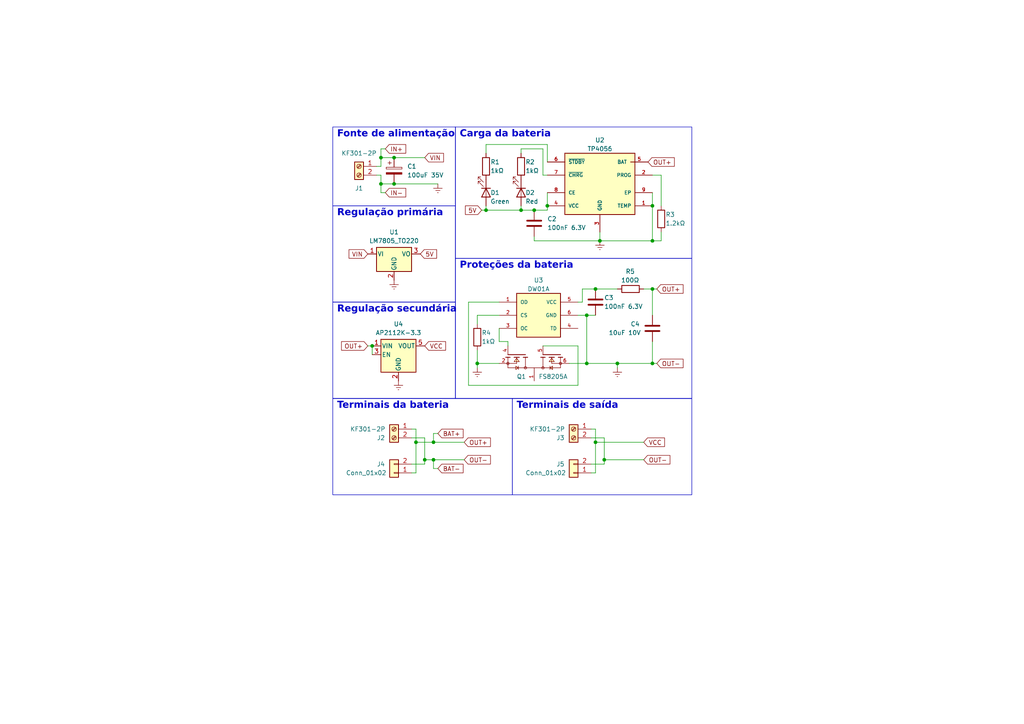
<source format=kicad_sch>
(kicad_sch (version 20230121) (generator eeschema)
  (paper "A4")
  (title_block (title "Esquemático do Teste Prático") (date "15/07/2024"))
  (lib_symbols
    (symbol "Connector:Screw_Terminal_01x02" (pin_names (offset 1.016) hide)
      (property "Reference" "J" (at 0 2.54 0))
      (property "Value" "Screw_Terminal_01x02" (at 0 -5.08 0))
      (symbol "Screw_Terminal_01x02_1_1"
        (rectangle (start -1.27 1.27) (end 1.27 -3.81) (stroke (width 0.254)) (fill (type background)))
        (circle (center 0 -2.54) (radius 0.635) (stroke (width 0.1524)))
        (polyline (pts (xy -0.5334 -2.2098) (xy 0.3302 -3.048)) (stroke (width 0.1524)))
        (polyline (pts (xy -0.5334 0.3302) (xy 0.3302 -0.508)) (stroke (width 0.1524)))
        (polyline (pts (xy -0.3556 -2.032) (xy 0.508 -2.8702)) (stroke (width 0.1524)))
        (polyline (pts (xy -0.3556 0.508) (xy 0.508 -0.3302)) (stroke (width 0.1524)))
        (circle (center 0 0) (radius 0.635) (stroke (width 0.1524)))
        (pin passive line (at -5.08 0 0) (length 3.81) (name "Pin_1") (number "1"))
        (pin passive line (at -5.08 -2.54 0) (length 3.81) (name "Pin_2") (number "2"))
      )
    )
    (symbol "Connector_Generic:Conn_01x02" (pin_names (offset 1.016) hide)
      (property "Reference" "J" (at 0 2.54 0))
      (property "Value" "Conn_01x02" (at 0 -5.08 0))
      (symbol "Conn_01x02_1_1"
        (rectangle (start -1.27 -2.413) (end 0 -2.667) (stroke (width 0.1524)))
        (rectangle (start -1.27 0.127) (end 0 -0.127) (stroke (width 0.1524)))
        (rectangle (start -1.27 1.27) (end 1.27 -3.81) (stroke (width 0.254)) (fill (type background)))
        (pin passive line (at -5.08 0 0) (length 3.81) (name "Pin_1") (number "1"))
        (pin passive line (at -5.08 -2.54 0) (length 3.81) (name "Pin_2") (number "2"))
      )
    )
    (symbol "DW01A:DW01A" (pin_names (offset 1.016))
      (property "Reference" "U3" (at 0 10.16 0))
      (property "Value" "DW01A" (at 0 7.62 0))
      (symbol "DW01A_0_0"
        (rectangle (start -6.35 6.35) (end 6.35 -6.35) (stroke (width 0.254)) (fill (type background)))
        (pin output line (at -11.43 3.81 0) (length 5.08) (name "OD") (number "1"))
        (pin input line (at -11.43 0 0) (length 5.08) (name "CS") (number "2"))
        (pin output line (at -11.43 -3.81 0) (length 5.08) (name "OC") (number "3"))
        (pin passive line (at 11.43 -3.81 180) (length 5.08) (name "TD") (number "4"))
        (pin power_in line (at 11.43 3.81 180) (length 5.08) (name "VCC") (number "5"))
        (pin power_in line (at 11.43 0 180) (length 5.08) (name "GND") (number "6"))
      )
    )
    (symbol "Device:C" (pin_numbers hide) (pin_names (offset 0.254))
      (property "Reference" "C" (at 0.635 2.54 0))
      (property "Value" "C" (at 0.635 -2.54 0))
      (symbol "C_0_1"
        (polyline (pts (xy -2.032 -0.762) (xy 2.032 -0.762)) (stroke (width 0.508)))
        (polyline (pts (xy -2.032 0.762) (xy 2.032 0.762)) (stroke (width 0.508)))
      )
      (symbol "C_1_1"
        (pin passive line (at 0 3.81 270) (length 2.794) (name "~") (number "1"))
        (pin passive line (at 0 -3.81 90) (length 2.794) (name "~") (number "2"))
      )
    )
    (symbol "Device:C_Polarized" (pin_numbers hide) (pin_names (offset 0.254))
      (property "Reference" "C" (at 0.635 2.54 0))
      (property "Value" "C_Polarized" (at 0.635 -2.54 0))
      (symbol "C_Polarized_0_1"
        (rectangle (start -2.286 0.508) (end 2.286 1.016))
        (polyline (pts (xy -1.778 2.286) (xy -0.762 2.286)))
        (polyline (pts (xy -1.27 2.794) (xy -1.27 1.778)))
        (rectangle (start 2.286 -0.508) (end -2.286 -1.016) (fill (type outline)))
      )
      (symbol "C_Polarized_1_1"
        (pin passive line (at 0 3.81 270) (length 2.794) (name "~") (number "1"))
        (pin passive line (at 0 -3.81 90) (length 2.794) (name "~") (number "2"))
      )
    )
    (symbol "Device:LED" (pin_numbers hide) (pin_names (offset 1.016) hide)
      (property "Reference" "D" (at 0 2.54 0))
      (property "Value" "LED" (at 0 -2.54 0))
      (symbol "LED_0_1"
        (polyline (pts (xy -1.27 -1.27) (xy -1.27 1.27)) (stroke (width 0.254)))
        (polyline (pts (xy -1.27 0) (xy 1.27 0)))
        (polyline (pts (xy 1.27 -1.27) (xy 1.27 1.27) (xy -1.27 0) (xy 1.27 -1.27)) (stroke (width 0.254)))
        (polyline (pts (xy -3.048 -0.762) (xy -4.572 -2.286) (xy -3.81 -2.286) (xy -4.572 -2.286) (xy -4.572 -1.524)))
        (polyline (pts (xy -1.778 -0.762) (xy -3.302 -2.286) (xy -2.54 -2.286) (xy -3.302 -2.286) (xy -3.302 -1.524)))
      )
      (symbol "LED_1_1"
        (pin passive line (at -3.81 0 0) (length 2.54) (name "K") (number "1"))
        (pin passive line (at 3.81 0 180) (length 2.54) (name "A") (number "2"))
      )
    )
    (symbol "Device:R" (pin_numbers hide) (pin_names (offset 0))
      (property "Reference" "R" (at 2.032 0 90))
      (property "Value" "R" (at 0 0 90))
      (symbol "R_0_1"
        (rectangle (start -1.016 -2.54) (end 1.016 2.54) (stroke (width 0.254)))
      )
      (symbol "R_1_1"
        (pin passive line (at 0 3.81 270) (length 1.27) (name "~") (number "1"))
        (pin passive line (at 0 -3.81 90) (length 1.27) (name "~") (number "2"))
      )
    )
    (symbol "FS8205A:FS8205A" (pin_names (offset 1.016) hide)
      (property "Reference" "Q" (at -11.43 7.62 0))
      (property "Value" "FS8205A" (at -11.43 -12.7 0))
      (symbol "FS8205A_0_0"
        (circle (center 0 -7.62) (radius 0.3556))
        (polyline (pts (xy -2.54 -2.54) (xy -2.54 -7.62)) (stroke (width 0.254)))
        (polyline (pts (xy -2.54 7.62) (xy -2.54 2.54)) (stroke (width 0.254)))
        (polyline (pts (xy -1.778 -7.62) (xy -1.778 -8.255)) (stroke (width 0.254)))
        (polyline (pts (xy -1.778 -6.985) (xy -1.778 -7.62)) (stroke (width 0.254)))
        (polyline (pts (xy -1.778 -5.08) (xy -1.778 -5.842)) (stroke (width 0.254)))
        (polyline (pts (xy -1.778 -5.08) (xy 0 -5.08)) (stroke (width 0.1524)))
        (polyline (pts (xy -1.778 -4.318) (xy -1.778 -5.08)) (stroke (width 0.254)))
        (polyline (pts (xy -1.778 -2.54) (xy -1.778 -3.175)) (stroke (width 0.254)))
        (polyline (pts (xy -1.778 -2.54) (xy 1.27 -2.54)) (stroke (width 0.1524)))
        (polyline (pts (xy -1.778 -1.905) (xy -1.778 -2.54)) (stroke (width 0.254)))
        (polyline (pts (xy -1.778 2.54) (xy -1.778 1.905)) (stroke (width 0.254)))
        (polyline (pts (xy -1.778 3.175) (xy -1.778 2.54)) (stroke (width 0.254)))
        (polyline (pts (xy -1.778 5.08) (xy -1.778 4.318)) (stroke (width 0.254)))
        (polyline (pts (xy -1.778 5.08) (xy 0 5.08)) (stroke (width 0.1524)))
        (polyline (pts (xy -1.778 5.842) (xy -1.778 5.08)) (stroke (width 0.254)))
        (polyline (pts (xy -1.778 7.62) (xy -1.778 6.985)) (stroke (width 0.254)))
        (polyline (pts (xy -1.778 7.62) (xy 1.27 7.62)) (stroke (width 0.1524)))
        (polyline (pts (xy -1.778 8.255) (xy -1.778 7.62)) (stroke (width 0.254)))
        (polyline (pts (xy 0 -7.62) (xy -1.778 -7.62)) (stroke (width 0.1524)))
        (polyline (pts (xy 0 -7.62) (xy 1.27 -7.62)) (stroke (width 0.1524)))
        (polyline (pts (xy 0 -5.08) (xy 0 -7.62)) (stroke (width 0.1524)))
        (polyline (pts (xy 0 7.62) (xy 0 5.08)) (stroke (width 0.1524)))
        (polyline (pts (xy 0.762 4.572) (xy 1.27 4.572)) (stroke (width 0.1524)))
        (polyline (pts (xy 1.27 -4.572) (xy 0.762 -4.572)) (stroke (width 0.1524)))
        (polyline (pts (xy 1.27 -4.572) (xy 1.27 -7.62)) (stroke (width 0.1524)))
        (polyline (pts (xy 1.27 -2.54) (xy 1.27 -4.572)) (stroke (width 0.1524)))
        (polyline (pts (xy 1.27 -2.54) (xy 1.27 0)) (stroke (width 0.1524)))
        (polyline (pts (xy 1.27 0) (xy 1.27 2.54)) (stroke (width 0.1524)))
        (polyline (pts (xy 1.27 0) (xy 2.54 0)) (stroke (width 0.1524)))
        (polyline (pts (xy 1.27 2.54) (xy -1.778 2.54)) (stroke (width 0.1524)))
        (polyline (pts (xy 1.27 2.54) (xy 1.27 4.572)) (stroke (width 0.1524)))
        (polyline (pts (xy 1.27 4.572) (xy 1.27 7.62)) (stroke (width 0.1524)))
        (polyline (pts (xy 1.27 4.572) (xy 1.778 4.572)) (stroke (width 0.1524)))
        (polyline (pts (xy 1.778 -4.572) (xy 1.27 -4.572)) (stroke (width 0.1524)))
        (polyline (pts (xy -1.524 -5.08) (xy -0.508 -4.318) (xy -0.508 -5.842) (xy -1.524 -5.08)) (stroke (width 0.1524)) (fill (type background)))
        (polyline (pts (xy -1.524 5.08) (xy -0.508 5.842) (xy -0.508 4.318) (xy -1.524 5.08)) (stroke (width 0.1524)) (fill (type background)))
        (polyline (pts (xy 1.27 -4.572) (xy 0.762 -5.334) (xy 1.778 -5.334) (xy 1.27 -4.572)) (stroke (width 0.1524)) (fill (type background)))
        (polyline (pts (xy 1.27 4.572) (xy 1.778 5.334) (xy 0.762 5.334) (xy 1.27 4.572)) (stroke (width 0.1524)) (fill (type background)))
        (circle (center 0 7.62) (radius 0.3556))
        (circle (center 1.27 -2.54) (radius 0.3556))
        (circle (center 1.27 2.54) (radius 0.3556))
        (pin passive line (at 5.08 0 180) (length 2.54) (name "~") (number "1"))
        (pin passive line (at 0 -10.16 90) (length 2.54) (name "~") (number "2"))
        (pin passive line (at -5.08 -7.62 0) (length 2.54) (name "~") (number "4"))
        (pin passive line (at -5.08 2.54 0) (length 2.54) (name "~") (number "5"))
        (pin passive line (at 0 10.16 270) (length 2.54) (name "~") (number "6"))
      )
    )
    (symbol "Regulator_Linear:AP2112K-3.3" (pin_names (offset 0.254))
      (property "Reference" "U" (at -5.08 5.715 0))
      (property "Value" "AP2112K-3.3" (at 0 5.715 0))
      (symbol "AP2112K-3.3_0_1"
        (rectangle (start -5.08 4.445) (end 5.08 -5.08) (stroke (width 0.254)) (fill (type background)))
      )
      (symbol "AP2112K-3.3_1_1"
        (pin power_in line (at -7.62 2.54 0) (length 2.54) (name "VIN") (number "1"))
        (pin power_in line (at 0 -7.62 90) (length 2.54) (name "GND") (number "2"))
        (pin input line (at -7.62 0 0) (length 2.54) (name "EN") (number "3"))
        (pin no_connect line (at 5.08 0 180) (length 2.54) hide (name "NC") (number "4"))
        (pin power_out line (at 7.62 2.54 180) (length 2.54) (name "VOUT") (number "5"))
      )
    )
    (symbol "Regulator_Linear:LM7805_TO220" (pin_names (offset 0.254))
      (property "Reference" "U" (at -3.81 3.175 0))
      (property "Value" "LM7805_TO220" (at 0 3.175 0))
      (symbol "LM7805_TO220_0_1"
        (rectangle (start -5.08 1.905) (end 5.08 -5.08) (stroke (width 0.254)) (fill (type background)))
      )
      (symbol "LM7805_TO220_1_1"
        (pin power_in line (at -7.62 0 0) (length 2.54) (name "VI") (number "1"))
        (pin power_in line (at 0 -7.62 90) (length 2.54) (name "GND") (number "2"))
        (pin power_out line (at 7.62 0 180) (length 2.54) (name "VO") (number "3"))
      )
    )
    (symbol "TP4056:TP4056" (pin_names (offset 1.016))
      (property "Reference" "U2" (at 0 12.7 0))
      (property "Value" "TP4056" (at 0 10.16 0))
      (symbol "TP4056_0_0"
        (rectangle (start -10.16 8.89) (end 10.16 -8.89) (stroke (width 0.254)) (fill (type background)))
        (pin input line (at 15.24 -6.35 180) (length 5.08) (name "TEMP") (number "1"))
        (pin bidirectional line (at 15.24 2.54 180) (length 5.08) (name "PROG") (number "2"))
        (pin power_in line (at 0 -13.97 90) (length 5.08) (name "GND") (number "3"))
        (pin power_in line (at -15.24 -6.35 0) (length 5.08) (name "VCC") (number "4"))
        (pin output line (at 13.97 6.35 180) (length 5.08) (name "BAT") (number "5"))
        (pin output line (at -15.24 6.35 0) (length 5.08) (name "~{STDBY}") (number "6"))
        (pin output line (at -15.24 2.54 0) (length 5.08) (name "~{CHRG}") (number "7"))
        (pin input line (at -15.24 -2.54 0) (length 5.08) (name "CE") (number "8"))
        (pin passive line (at 15.24 -2.54 180) (length 5.08) (name "EP") (number "9"))
      )
    )
    (symbol "power:Earth" (power) (pin_names (offset 0))
      (symbol "Earth_0_1"
        (polyline (pts (xy -0.635 -1.905) (xy 0.635 -1.905)))
        (polyline (pts (xy -0.127 -2.54) (xy 0.127 -2.54)))
        (polyline (pts (xy 0 -1.27) (xy 0 0)))
        (polyline (pts (xy 1.27 -1.27) (xy -1.27 -1.27)))
      )
      (symbol "Earth_1_1"
        (pin power_in line (at 0 0 270) (length 0) hide (name "Earth") (number "1"))
      )
    )
  )
  (junction (at 120.65 128.27))
  (junction (at 179.07 105.41))
  (junction (at 110.49 45.72))
  (junction (at 125.73 128.27))
  (junction (at 154.94 60.96))
  (junction (at 107.95 100.33))
  (junction (at 114.3 53.34))
  (junction (at 123.19 133.35))
  (junction (at 173.99 69.85))
  (junction (at 138.43 105.41))
  (junction (at 170.18 91.44))
  (junction (at 125.73 133.35))
  (junction (at 189.23 105.41))
  (junction (at 114.3 45.72))
  (junction (at 158.75 59.69))
  (junction (at 189.23 83.82))
  (junction (at 189.23 59.69))
  (junction (at 172.72 128.27))
  (junction (at 170.18 105.41))
  (junction (at 110.49 53.34))
  (junction (at 175.26 133.35))
  (junction (at 151.13 60.96))
  (junction (at 172.72 83.82))
  (junction (at 140.97 60.96))
  (junction (at 189.23 69.85))
  (wire (pts (xy 106.68 100.33) (xy 107.95 100.33)))
  (wire (pts (xy 175.26 133.35) (xy 175.26 134.62)))
  (wire (pts (xy 172.72 128.27) (xy 186.69 128.27)))
  (wire (pts (xy 191.77 50.8) (xy 191.77 59.69)))
  (wire (pts (xy 154.94 69.85) (xy 154.94 68.58)))
  (wire (pts (xy 175.26 127) (xy 175.26 133.35)))
  (wire (pts (xy 175.26 134.62) (xy 171.45 134.62)))
  (wire (pts (xy 127 135.89) (xy 125.73 135.89)))
  (wire (pts (xy 151.13 43.18) (xy 151.13 44.45)))
  (wire (pts (xy 170.18 91.44) (xy 172.72 91.44)))
  (wire (pts (xy 158.75 41.91) (xy 140.97 41.91)))
  (wire (pts (xy 114.3 53.34) (xy 127 53.34)))
  (wire (pts (xy 138.43 105.41) (xy 144.78 105.41)))
  (wire (pts (xy 189.23 105.41) (xy 189.23 99.06)))
  (wire (pts (xy 134.62 128.27) (xy 125.73 128.27)))
  (wire (pts (xy 179.07 105.41) (xy 179.07 106.68)))
  (wire (pts (xy 189.23 59.69) (xy 189.23 69.85)))
  (wire (pts (xy 109.22 48.26) (xy 110.49 48.26)))
  (wire (pts (xy 154.94 60.96) (xy 158.75 60.96)))
  (wire (pts (xy 107.95 100.33) (xy 107.95 102.87)))
  (wire (pts (xy 151.13 59.69) (xy 151.13 60.96)))
  (wire (pts (xy 168.91 83.82) (xy 172.72 83.82)))
  (wire (pts (xy 135.89 87.63) (xy 144.78 87.63)))
  (wire (pts (xy 119.38 127) (xy 123.19 127)))
  (wire (pts (xy 110.49 53.34) (xy 114.3 53.34)))
  (wire (pts (xy 157.48 50.8) (xy 157.48 43.18)))
  (wire (pts (xy 140.97 60.96) (xy 140.97 59.69)))
  (wire (pts (xy 158.75 50.8) (xy 157.48 50.8)))
  (wire (pts (xy 138.43 105.41) (xy 138.43 101.6)))
  (wire (pts (xy 158.75 41.91) (xy 158.75 46.99)))
  (wire (pts (xy 167.64 87.63) (xy 168.91 87.63)))
  (wire (pts (xy 170.18 105.41) (xy 170.18 91.44)))
  (wire (pts (xy 179.07 105.41) (xy 189.23 105.41)))
  (wire (pts (xy 167.64 100.33) (xy 167.64 111.76)))
  (wire (pts (xy 191.77 69.85) (xy 189.23 69.85)))
  (wire (pts (xy 168.91 87.63) (xy 168.91 83.82)))
  (wire (pts (xy 120.65 137.16) (xy 120.65 128.27)))
  (wire (pts (xy 110.49 50.8) (xy 110.49 53.34)))
  (wire (pts (xy 110.49 55.88) (xy 111.76 55.88)))
  (wire (pts (xy 110.49 48.26) (xy 110.49 45.72)))
  (wire (pts (xy 135.89 111.76) (xy 135.89 87.63)))
  (wire (pts (xy 172.72 83.82) (xy 179.07 83.82)))
  (wire (pts (xy 114.3 45.72) (xy 123.19 45.72)))
  (wire (pts (xy 110.49 53.34) (xy 110.49 55.88)))
  (wire (pts (xy 123.19 133.35) (xy 123.19 134.62)))
  (wire (pts (xy 139.7 60.96) (xy 140.97 60.96)))
  (wire (pts (xy 144.78 99.06) (xy 144.78 95.25)))
  (wire (pts (xy 167.64 91.44) (xy 170.18 91.44)))
  (wire (pts (xy 120.65 124.46) (xy 119.38 124.46)))
  (wire (pts (xy 172.72 124.46) (xy 172.72 128.27)))
  (wire (pts (xy 110.49 45.72) (xy 114.3 45.72)))
  (wire (pts (xy 158.75 55.88) (xy 158.75 59.69)))
  (wire (pts (xy 123.19 134.62) (xy 119.38 134.62)))
  (wire (pts (xy 173.99 67.31) (xy 173.99 69.85)))
  (wire (pts (xy 119.38 137.16) (xy 120.65 137.16)))
  (wire (pts (xy 138.43 91.44) (xy 144.78 91.44)))
  (wire (pts (xy 189.23 69.85) (xy 173.99 69.85)))
  (wire (pts (xy 123.19 133.35) (xy 125.73 133.35)))
  (wire (pts (xy 189.23 83.82) (xy 190.5 83.82)))
  (wire (pts (xy 189.23 105.41) (xy 190.5 105.41)))
  (wire (pts (xy 147.32 99.06) (xy 144.78 99.06)))
  (wire (pts (xy 140.97 41.91) (xy 140.97 44.45)))
  (wire (pts (xy 172.72 124.46) (xy 171.45 124.46)))
  (wire (pts (xy 151.13 60.96) (xy 154.94 60.96)))
  (wire (pts (xy 154.94 69.85) (xy 173.99 69.85)))
  (wire (pts (xy 147.32 100.33) (xy 147.32 99.06)))
  (wire (pts (xy 125.73 125.73) (xy 125.73 128.27)))
  (wire (pts (xy 186.69 83.82) (xy 189.23 83.82)))
  (wire (pts (xy 120.65 124.46) (xy 120.65 128.27)))
  (wire (pts (xy 123.19 127) (xy 123.19 133.35)))
  (wire (pts (xy 110.49 43.18) (xy 111.76 43.18)))
  (wire (pts (xy 110.49 45.72) (xy 110.49 43.18)))
  (wire (pts (xy 120.65 128.27) (xy 125.73 128.27)))
  (wire (pts (xy 109.22 50.8) (xy 110.49 50.8)))
  (wire (pts (xy 157.48 100.33) (xy 167.64 100.33)))
  (wire (pts (xy 125.73 135.89) (xy 125.73 133.35)))
  (wire (pts (xy 189.23 55.88) (xy 189.23 59.69)))
  (wire (pts (xy 138.43 106.68) (xy 138.43 105.41)))
  (wire (pts (xy 172.72 137.16) (xy 172.72 128.27)))
  (wire (pts (xy 151.13 60.96) (xy 140.97 60.96)))
  (wire (pts (xy 189.23 50.8) (xy 191.77 50.8)))
  (wire (pts (xy 171.45 137.16) (xy 172.72 137.16)))
  (wire (pts (xy 170.18 105.41) (xy 179.07 105.41)))
  (wire (pts (xy 127 125.73) (xy 125.73 125.73)))
  (wire (pts (xy 138.43 93.98) (xy 138.43 91.44)))
  (wire (pts (xy 165.1 105.41) (xy 170.18 105.41)))
  (wire (pts (xy 151.13 43.18) (xy 157.48 43.18)))
  (wire (pts (xy 189.23 83.82) (xy 189.23 91.44)))
  (wire (pts (xy 171.45 127) (xy 175.26 127)))
  (wire (pts (xy 191.77 67.31) (xy 191.77 69.85)))
  (wire (pts (xy 175.26 133.35) (xy 186.69 133.35)))
  (wire (pts (xy 135.89 111.76) (xy 167.64 111.76)))
  (wire (pts (xy 158.75 60.96) (xy 158.75 59.69)))
  (wire (pts (xy 125.73 133.35) (xy 134.62 133.35)))
  (rectangle (start 132.08 36.83) (end 200.66 74.93))
  (rectangle (start 96.52 115.57) (end 148.59 143.51))
  (rectangle (start 148.59 115.57) (end 200.66 143.51))
  (rectangle (start 96.52 36.83) (end 132.08 59.69))
  (rectangle (start 132.08 74.93) (end 200.66 115.57))
  (rectangle (start 96.52 87.63) (end 132.08 115.57))
  (rectangle (start 96.52 59.69) (end 132.08 87.63))
  (text "Regulação primária" (at 97.79 63.5 0) (effects (font (size 2 2) (thickness 0.254) bold) (justify left bottom)))
  (text "Proteções da bateria" (at 133.35 78.74 0) (effects (font (size 2 2) (thickness 0.254) bold) (justify left bottom)))
  (text "Carga da bateria" (at 133.35 40.64 0) (effects (font (size 2 2) (thickness 0.254) bold) (justify left bottom)))
  (text "Fonte de alimentação\n" (at 97.79 40.64 0) (effects (font (size 2 2) (thickness 0.254) bold) (justify left bottom)))
  (text "Terminais da bateria" (at 97.79 119.38 0) (effects (font (size 2 2) (thickness 0.254) bold) (justify left bottom)))
  (text "Regulação secundária" (at 97.79 91.44 0) (effects (font (size 2 2) (thickness 0.254) bold) (justify left bottom)))
  (text "Terminais de saída" (at 149.86 119.38 0) (effects (font (size 2 2) (thickness 0.254) bold) (justify left bottom)))
  (global_label "OUT-" (shape input) (at 186.69 133.35 0) (property "Intersheetrefs" "${INTERSHEET_REFS}" (effects hide)))
  (global_label "VIN" (shape input) (at 123.19 45.72 0) (property "Intersheetrefs" "${INTERSHEET_REFS}" (effects hide)))
  (global_label "BAT+" (shape input) (at 127 125.73 0) (property "Intersheetrefs" "${INTERSHEET_REFS}" (effects hide)))
  (global_label "5V" (shape input) (at 139.7 60.96 180) (property "Intersheetrefs" "${INTERSHEET_REFS}" (effects hide)))
  (global_label "5V" (shape input) (at 121.92 73.66 0) (property "Intersheetrefs" "${INTERSHEET_REFS}" (effects hide)))
  (global_label "VCC" (shape input) (at 186.69 128.27 0) (property "Intersheetrefs" "${INTERSHEET_REFS}" (effects hide)))
  (global_label "IN-" (shape input) (at 111.76 55.88 0) (property "Intersheetrefs" "${INTERSHEET_REFS}" (effects hide)))
  (global_label "OUT+" (shape input) (at 187.96 46.99 0) (property "Intersheetrefs" "${INTERSHEET_REFS}" (effects hide)))
  (global_label "OUT+" (shape input) (at 190.5 83.82 0) (property "Intersheetrefs" "${INTERSHEET_REFS}" (effects hide)))
  (global_label "OUT+" (shape input) (at 134.62 128.27 0) (property "Intersheetrefs" "${INTERSHEET_REFS}" (effects hide)))
  (global_label "OUT-" (shape input) (at 134.62 133.35 0) (property "Intersheetrefs" "${INTERSHEET_REFS}" (effects hide)))
  (global_label "BAT-" (shape input) (at 127 135.89 0) (property "Intersheetrefs" "${INTERSHEET_REFS}" (effects hide)))
  (global_label "IN+" (shape input) (at 111.76 43.18 0) (property "Intersheetrefs" "${INTERSHEET_REFS}" (effects hide)))
  (global_label "OUT+" (shape input) (at 106.68 100.33 180) (property "Intersheetrefs" "${INTERSHEET_REFS}" (effects hide)))
  (global_label "VCC" (shape input) (at 123.19 100.33 0) (property "Intersheetrefs" "${INTERSHEET_REFS}" (effects hide)))
  (global_label "VIN" (shape input) (at 106.68 73.66 180) (property "Intersheetrefs" "${INTERSHEET_REFS}" (effects hide)))
  (global_label "OUT-" (shape input) (at 190.5 105.41 0) (property "Intersheetrefs" "${INTERSHEET_REFS}" (effects hide)))
  (symbol (lib_id "Device:LED") (at 140.97 55.88 270) (unit 1)
    (property "Reference" "D1" (at 142.24 55.88 90) (effects (justify left)))
    (property "Value" "Green" (at 142.24 58.42 90) (effects (justify left)))
    (property "Footprint" "LED_SMD:LED_0603_1608Metric" (effects hide))
  )
  (symbol (lib_id "Device:C") (at 172.72 87.63 0) (unit 1)
    (property "Reference" "C3" (at 175.26 86.36 0) (effects (justify left)))
    (property "Value" "100nF 6.3V" (at 175.26 88.9 0) (effects (justify left)))
    (property "Footprint" "Capacitor_SMD:C_0201_0603Metric" (effects hide))
  )
  (symbol (lib_id "Connector_Generic:Conn_01x02") (at 166.37 137.16 180) (unit 1)
    (property "Reference" "J5" (at 162.56 134.62 0))
    (property "Value" "Conn_01x02" (at 152.4 137.16 0) (effects (justify right)))
    (property "Footprint" "Connector_PinHeader_2.54mm:PinHeader_1x02_P2.54mm_Vertical" (effects hide))
  )
  (symbol (lib_id "Device:C_Polarized") (at 114.3 49.53 0) (unit 1)
    (property "Reference" "C1" (at 118.11 48.26 0) (effects (justify left)))
    (property "Value" "100uF 35V" (at 118.11 50.8 0) (effects (justify left)))
    (property "Footprint" "Capacitor_SMD:CP_Elec_6.3x7.7" (effects hide))
  )
  (symbol (lib_id "power:Earth") (at 179.07 106.68 0) (unit 1)
    (property "Reference" "#PWR05" (effects hide))
    (property "Value" "Earth" (effects hide))
  )
  (symbol (lib_id "power:Earth") (at 138.43 106.68 0) (unit 1)
    (property "Reference" "#PWR04" (effects hide))
    (property "Value" "Earth" (effects hide))
  )
  (symbol (lib_id "Connector:Screw_Terminal_01x02") (at 104.14 48.26 0) (mirror y) (unit 1)
    (property "Reference" "J1" (at 104.14 54.61 0))
    (property "Value" "KF301-2P" (at 104.14 44.45 0))
    (property "Footprint" "TerminalBlock:TerminalBlock_bornier-2_P5.08mm" (effects hide))
  )
  (symbol (lib_id "TP4056:TP4056") (at 173.99 53.34 0) (unit 1)
    (property "Reference" "U2" (at 173.99 40.64 0))
    (property "Value" "TP4056" (at 173.99 43.18 0))
    (property "Footprint" "SnapEDA Library:SOP127P600X175-9N" (effects hide))
    (property "STANDARD" "IPC 7351B" (effects hide))
    (property "MAXIMUM_PACKAGE_HEIGHT" "1.75mm" (effects hide))
    (property "MANUFACTURER" "NanJing Top Power ASIC Corp." (effects hide))
  )
  (symbol (lib_id "Device:C") (at 154.94 64.77 0) (unit 1)
    (property "Reference" "C2" (at 158.75 63.5 0) (effects (justify left)))
    (property "Value" "100nF 6.3V" (at 158.75 66.04 0) (effects (justify left)))
    (property "Footprint" "Capacitor_SMD:C_0201_0603Metric" (effects hide))
  )
  (symbol (lib_id "Device:R") (at 182.88 83.82 270) (unit 1)
    (property "Reference" "R5" (at 184.15 78.74 90) (effects (justify right)))
    (property "Value" "100Ω" (at 185.42 81.28 90) (effects (justify right)))
    (property "Footprint" "Resistor_SMD:R_0603_1608Metric" (effects hide))
  )
  (symbol (lib_id "Device:R") (at 151.13 48.26 180) (unit 1)
    (property "Reference" "R2" (at 152.4 46.99 0) (effects (justify right)))
    (property "Value" "1kΩ" (at 152.4 49.53 0) (effects (justify right)))
    (property "Footprint" "Resistor_SMD:R_0603_1608Metric" (effects hide))
  )
  (symbol (lib_id "Regulator_Linear:AP2112K-3.3") (at 115.57 102.87 0) (unit 1)
    (property "Reference" "U4" (at 115.57 93.98 0))
    (property "Value" "AP2112K-3.3" (at 115.57 96.52 0))
    (property "Footprint" "Package_TO_SOT_SMD:SOT-23-5" (effects hide))
    (property "Datasheet" "https://www.diodes.com/assets/Datasheets/AP2112.pdf" (effects hide))
  )
  (symbol (lib_id "power:Earth") (at 115.57 110.49 0) (unit 1)
    (property "Reference" "#PWR06" (effects hide))
    (property "Value" "Earth" (effects hide))
  )
  (symbol (lib_id "Device:R") (at 140.97 48.26 180) (unit 1)
    (property "Reference" "R1" (at 142.24 46.99 0) (effects (justify right)))
    (property "Value" "1kΩ" (at 142.24 49.53 0) (effects (justify right)))
    (property "Footprint" "Resistor_SMD:R_0603_1608Metric" (effects hide))
  )
  (symbol (lib_id "Device:R") (at 138.43 97.79 180) (unit 1)
    (property "Reference" "R4" (at 139.7 96.52 0) (effects (justify right)))
    (property "Value" "1kΩ" (at 139.7 99.06 0) (effects (justify right)))
    (property "Footprint" "Resistor_SMD:R_0603_1608Metric" (effects hide))
  )
  (symbol (lib_id "Regulator_Linear:LM7805_TO220") (at 114.3 73.66 0) (unit 1)
    (property "Reference" "U1" (at 114.3 67.31 0))
    (property "Value" "LM7805_TO220" (at 114.3 69.85 0))
    (property "Footprint" "Package_TO_SOT_THT:TO-220-3_Horizontal_TabDown" (effects hide))
    (property "Datasheet" "https://www.onsemi.cn/PowerSolutions/document/MC7800-D.PDF" (effects hide))
  )
  (symbol (lib_id "power:Earth") (at 173.99 69.85 0) (unit 1)
    (property "Reference" "#PWR03" (effects hide))
    (property "Value" "Earth" (effects hide))
  )
  (symbol (lib_id "Device:C") (at 189.23 95.25 0) (unit 1)
    (property "Reference" "C4" (at 182.88 93.98 0) (effects (justify left)))
    (property "Value" "10uF 10V" (at 176.53 96.52 0) (effects (justify left)))
    (property "Footprint" "Capacitor_SMD:C_0805_2012Metric" (effects hide))
  )
  (symbol (lib_id "power:Earth") (at 114.3 81.28 0) (unit 1)
    (property "Reference" "#PWR02" (effects hide))
    (property "Value" "Earth" (effects hide))
  )
  (symbol (lib_id "Connector:Screw_Terminal_01x02") (at 114.3 124.46 0) (mirror y) (unit 1)
    (property "Reference" "J2" (at 110.49 127 0))
    (property "Value" "KF301-2P" (at 106.68 124.46 0))
    (property "Footprint" "TerminalBlock:TerminalBlock_bornier-2_P5.08mm" (effects hide))
  )
  (symbol (lib_id "DW01A:DW01A") (at 156.21 91.44 0) (unit 1)
    (property "Reference" "U3" (at 156.21 81.28 0))
    (property "Value" "DW01A" (at 156.21 83.82 0))
    (property "Footprint" "SnapEDA Library:SOT95P280X145-6N" (effects hide))
    (property "PARTREV" "1.8" (effects hide))
    (property "STANDARD" "IPC 7351B" (effects hide))
    (property "SNAPEDA_PACKAGE_ID" "103849" (effects hide))
    (property "MAXIMUM_PACKAGE_HEIGHT" "1.45mm" (effects hide))
    (property "MANUFACTURER" "Fortune Semiconductor" (effects hide))
  )
  (symbol (lib_id "Connector_Generic:Conn_01x02") (at 114.3 137.16 180) (unit 1)
    (property "Reference" "J4" (at 110.49 134.62 0))
    (property "Value" "Conn_01x02" (at 100.33 137.16 0) (effects (justify right)))
    (property "Footprint" "Connector_PinHeader_2.54mm:PinHeader_1x02_P2.54mm_Vertical" (effects hide))
  )
  (symbol (lib_id "power:Earth") (at 127 53.34 0) (unit 1)
    (property "Reference" "#PWR01" (effects hide))
    (property "Value" "Earth" (effects hide))
  )
  (symbol (lib_id "Device:LED") (at 151.13 55.88 270) (unit 1)
    (property "Reference" "D2" (at 152.4 55.88 90) (effects (justify left)))
    (property "Value" "Red" (at 152.4 58.42 90) (effects (justify left)))
    (property "Footprint" "LED_SMD:LED_0603_1608Metric" (effects hide))
  )
  (symbol (lib_id "Connector:Screw_Terminal_01x02") (at 166.37 124.46 0) (mirror y) (unit 1)
    (property "Reference" "J3" (at 162.56 127 0))
    (property "Value" "KF301-2P" (at 158.75 124.46 0))
    (property "Footprint" "TerminalBlock:TerminalBlock_bornier-2_P5.08mm" (effects hide))
  )
  (symbol (lib_id "Device:R") (at 191.77 63.5 180) (unit 1)
    (property "Reference" "R3" (at 193.04 62.23 0) (effects (justify right)))
    (property "Value" "1.2kΩ" (at 193.04 64.77 0) (effects (justify right)))
    (property "Footprint" "Resistor_SMD:R_0603_1608Metric" (effects hide))
  )
  (symbol (lib_id "FS8205A:FS8205A") (at 154.94 105.41 270) (unit 1)
    (property "Reference" "Q1" (at 149.86 109.22 90) (effects (justify left)))
    (property "Value" "FS8205A" (at 156.21 109.22 90) (effects (justify left)))
    (property "Footprint" "SnapEDA Library:SOP65P640X120-8N" (effects hide))
    (property "PARTREV" "1.7" (effects hide))
    (property "MANUFACTURER" "Fortune Semiconductor" (effects hide))
    (property "MAXIMUM_PACKAGE_HEIGHT" "1.2mm" (effects hide))
    (property "STANDARD" "IPC 7351B" (effects hide))
  )
)
</source>
